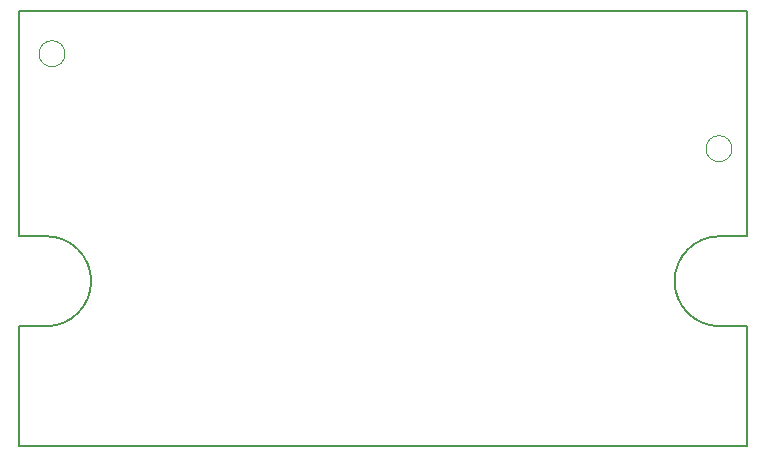
<source format=gbr>
%TF.GenerationSoftware,KiCad,Pcbnew,9.0.1*%
%TF.CreationDate,2025-04-21T15:30:43-04:00*%
%TF.ProjectId,AliWSV3,416c6957-5356-4332-9e6b-696361645f70,rev?*%
%TF.SameCoordinates,Original*%
%TF.FileFunction,Profile,NP*%
%FSLAX46Y46*%
G04 Gerber Fmt 4.6, Leading zero omitted, Abs format (unit mm)*
G04 Created by KiCad (PCBNEW 9.0.1) date 2025-04-21 15:30:43*
%MOMM*%
%LPD*%
G01*
G04 APERTURE LIST*
%TA.AperFunction,Profile*%
%ADD10C,0.150000*%
%TD*%
%TA.AperFunction,Profile*%
%ADD11C,0.100000*%
%TD*%
G04 APERTURE END LIST*
D10*
X160385000Y-151210000D02*
X160385000Y-141050000D01*
X98790000Y-133430000D02*
X98790000Y-114380000D01*
X160385000Y-114380000D02*
X160385000Y-133430000D01*
X98790000Y-151210000D02*
X98790000Y-141050000D01*
X101076000Y-133430000D02*
X98790000Y-133430000D01*
X158099000Y-141050000D02*
G75*
G02*
X154289000Y-137240000I0J3810000D01*
G01*
X104886000Y-137240000D02*
G75*
G02*
X101076000Y-141050000I-3810000J0D01*
G01*
X101076000Y-133430000D02*
G75*
G02*
X104886000Y-137240000I0J-3810000D01*
G01*
X160385000Y-114380000D02*
X98790000Y-114380000D01*
X98790000Y-151210000D02*
X160385000Y-151210000D01*
X101076000Y-141050000D02*
X98790000Y-141050000D01*
X158099000Y-141050000D02*
X160385000Y-141050000D01*
X158099000Y-133430000D02*
X160385000Y-133430000D01*
X154289000Y-137240000D02*
G75*
G02*
X158099000Y-133430000I3810000J0D01*
G01*
D11*
%TO.C,J1*%
X102675000Y-117980000D02*
G75*
G02*
X100475000Y-117980000I-1100000J0D01*
G01*
X100475000Y-117980000D02*
G75*
G02*
X102675000Y-117980000I1100000J0D01*
G01*
X159145000Y-126020000D02*
G75*
G02*
X156945000Y-126020000I-1100000J0D01*
G01*
X156945000Y-126020000D02*
G75*
G02*
X159145000Y-126020000I1100000J0D01*
G01*
%TD*%
M02*

</source>
